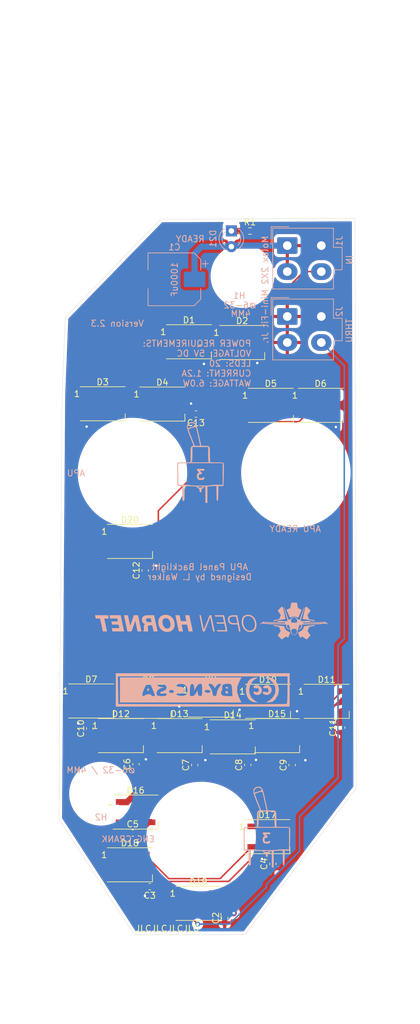
<source format=kicad_pcb>
(kicad_pcb (version 20211014) (generator pcbnew)
  (layers (0 "F.Cu" signal) (31 "B.Cu" signal) (34 "B.Paste" user) (35 "F.Paste" user) (36 "B.SilkS" user "B.Silkscreen") (37 "F.SilkS" user "F.Silkscreen") (38 "B.Mask" user) (39 "F.Mask" user) (44 "Edge.Cuts" user))
  (net 0 "")
  (net 1 "Net-(D1-Pad2)")
  (net 2 "Net-(D2-Pad2)")
  (net 3 "Net-(D3-Pad2)")
  (net 4 "Net-(D5-Pad2)")
  (net 5 "Net-(D6-Pad2)")
  (net 6 "Net-(D7-Pad2)")
  (net 7 "Net-(D8-Pad2)")
  (net 8 "Net-(D10-Pad4)")
  (net 9 "Net-(D10-Pad2)")
  (net 10 "Net-(D11-Pad2)")
  (net 11 "Net-(D12-Pad2)")
  (net 12 "Net-(D13-Pad2)")
  (net 13 "Net-(D14-Pad2)")
  (net 14 "Net-(D15-Pad2)")
  (net 15 "Net-(D16-Pad2)")
  (net 16 "Net-(D17-Pad2)")
  (net 17 "Net-(D18-Pad2)")
  (net 18 "Net-(D20-Pad4)")
  (net 19 "Net-(D20-Pad2)")
  (net 20 "/LED+5V")
  (net 21 "/DATAIN")
  (net 22 "/LEDGND")
  (net 23 "/DATAOUT")
  (net 24 "Net-(D21-Pad1)")
  (footprint "OH_Footprints:LED_WS2812B_PLCC4_5.0x5.0mm_P3.2mm" (layer "F.Cu") (at 89.1424 74.7524)
    (fp_text reference "D1" (at 0 -3.5) (layer "F.SilkS"))
    (fp_text value "WS2812B")
    (fp_text user "1" (at -4.15 -1.6) (layer "F.SilkS"))
    (pad "1" smd rect (at -2.45 -1.65) (size 1.5 0.9) (layers "F.Cu" "F.Paste" "F.Mask") (net 20 "/LED+5V"))
    (pad "2" smd rect (at -2.45 1.65) (size 1.5 0.9) (layers "F.Cu" "F.Paste" "F.Mask") (net 1 "Net-(D1-Pad2)"))
    (pad "3" smd rect (at 2.45 1.65) (size 1.5 0.9) (layers "F.Cu" "F.Paste" "F.Mask") (net 22 "/LEDGND"))
    (pad "4" smd rect (at 2.45 -1.65) (size 1.5 0.9) (layers "F.Cu" "F.Paste" "F.Mask") (net 21 "/DATAIN"))
  )
  (footprint "OH_Footprints:LED_WS2812B_PLCC4_5.0x5.0mm_P3.2mm" (layer "F.Cu") (at 97.7392 74.8792)
    (fp_text reference "D2" (at 0 -3.5) (layer "F.SilkS"))
    (fp_text value "WS2812B")
    (fp_text user "1" (at -4.15 -1.6) (layer "F.SilkS"))
    (pad "1" smd rect (at -2.45 -1.65) (size 1.5 0.9) (layers "F.Cu" "F.Paste" "F.Mask") (net 20 "/LED+5V"))
    (pad "2" smd rect (at -2.45 1.65) (size 1.5 0.9) (layers "F.Cu" "F.Paste" "F.Mask") (net 2 "Net-(D2-Pad2)"))
    (pad "3" smd rect (at 2.45 1.65) (size 1.5 0.9) (layers "F.Cu" "F.Paste" "F.Mask") (net 22 "/LEDGND"))
    (pad "4" smd rect (at 2.45 -1.65) (size 1.5 0.9) (layers "F.Cu" "F.Paste" "F.Mask") (net 1 "Net-(D1-Pad2)"))
  )
  (footprint "OH_Footprints:LED_WS2812B_PLCC4_5.0x5.0mm_P3.2mm" (layer "F.Cu") (at 75.1956 84.7596)
    (fp_text reference "D3" (at 0 -3.5) (layer "F.SilkS"))
    (fp_text value "WS2812B")
    (fp_text user "1" (at -4.15 -1.6) (layer "F.SilkS"))
    (pad "1" smd rect (at -2.45 -1.65) (size 1.5 0.9) (layers "F.Cu" "F.Paste" "F.Mask") (net 20 "/LED+5V"))
    (pad "2" smd rect (at -2.45 1.65) (size 1.5 0.9) (layers "F.Cu" "F.Paste" "F.Mask") (net 3 "Net-(D3-Pad2)"))
    (pad "3" smd rect (at 2.45 1.65) (size 1.5 0.9) (layers "F.Cu" "F.Paste" "F.Mask") (net 22 "/LEDGND"))
    (pad "4" smd rect (at 2.45 -1.65) (size 1.5 0.9) (layers "F.Cu" "F.Paste" "F.Mask") (net 2 "Net-(D2-Pad2)"))
  )
  (footprint "OH_Footprints:LED_WS2812B_PLCC4_5.0x5.0mm_P3.2mm" (layer "F.Cu") (at 84.836 84.8104)
    (fp_text reference "D4" (at 0 -3.5) (layer "F.SilkS"))
    (fp_text value "WS2812B")
    (fp_text user "1" (at -4.15 -1.6) (layer "F.SilkS"))
    (pad "1" smd rect (at -2.45 -1.65) (size 1.5 0.9) (layers "F.Cu" "F.Paste" "F.Mask") (net 20 "/LED+5V"))
    (pad "2" smd rect (at -2.45 1.65) (size 1.5 0.9) (layers "F.Cu" "F.Paste" "F.Mask") (net 18 "Net-(D20-Pad4)"))
    (pad "3" smd rect (at 2.45 1.65) (size 1.5 0.9) (layers "F.Cu" "F.Paste" "F.Mask") (net 22 "/LEDGND"))
    (pad "4" smd rect (at 2.45 -1.65) (size 1.5 0.9) (layers "F.Cu" "F.Paste" "F.Mask") (net 3 "Net-(D3-Pad2)"))
  )
  (footprint "OH_Footprints:LED_WS2812B_PLCC4_5.0x5.0mm_P3.2mm" (layer "F.Cu") (at 102.3736 85.0136)
    (fp_text reference "D5" (at 0 -3.5) (layer "F.SilkS"))
    (fp_text value "WS2812B")
    (fp_text user "1" (at -4.15 -1.6) (layer "F.SilkS"))
    (pad "1" smd rect (at -2.45 -1.65) (size 1.5 0.9) (layers "F.Cu" "F.Paste" "F.Mask") (net 20 "/LED+5V"))
    (pad "2" smd rect (at -2.45 1.65) (size 1.5 0.9) (layers "F.Cu" "F.Paste" "F.Mask") (net 4 "Net-(D5-Pad2)"))
    (pad "3" smd rect (at 2.45 1.65) (size 1.5 0.9) (layers "F.Cu" "F.Paste" "F.Mask") (net 22 "/LEDGND"))
    (pad "4" smd rect (at 2.45 -1.65) (size 1.5 0.9) (layers "F.Cu" "F.Paste" "F.Mask") (net 19 "Net-(D20-Pad2)"))
  )
  (footprint "OH_Footprints:LED_WS2812B_PLCC4_5.0x5.0mm_P3.2mm" (layer "F.Cu") (at 110.4276 85.0136)
    (fp_text reference "D6" (at 0 -3.5) (layer "F.SilkS"))
    (fp_text value "WS2812B")
    (fp_text user "1" (at -4.15 -1.6) (layer "F.SilkS"))
    (pad "1" smd rect (at -2.45 -1.65) (size 1.5 0.9) (layers "F.Cu" "F.Paste" "F.Mask") (net 20 "/LED+5V"))
    (pad "2" smd rect (at -2.45 1.65) (size 1.5 0.9) (layers "F.Cu" "F.Paste" "F.Mask") (net 5 "Net-(D6-Pad2)"))
    (pad "3" smd rect (at 2.45 1.65) (size 1.5 0.9) (layers "F.Cu" "F.Paste" "F.Mask") (net 22 "/LEDGND"))
    (pad "4" smd rect (at 2.45 -1.65) (size 1.5 0.9) (layers "F.Cu" "F.Paste" "F.Mask") (net 4 "Net-(D5-Pad2)"))
  )
  (footprint "OH_Footprints:LED_WS2812B_PLCC4_5.0x5.0mm_P3.2mm" (layer "F.Cu") (at 73.3552 132.7404)
    (fp_text reference "D7" (at 0 -3.5) (layer "F.SilkS"))
    (fp_text value "WS2812B")
    (fp_text user "1" (at -4.15 -1.6) (layer "F.SilkS"))
    (pad "1" smd rect (at -2.45 -1.65) (size 1.5 0.9) (layers "F.Cu" "F.Paste" "F.Mask") (net 20 "/LED+5V"))
    (pad "2" smd rect (at -2.45 1.65) (size 1.5 0.9) (layers "F.Cu" "F.Paste" "F.Mask") (net 6 "Net-(D7-Pad2)"))
    (pad "3" smd rect (at 2.45 1.65) (size 1.5 0.9) (layers "F.Cu" "F.Paste" "F.Mask") (net 22 "/LEDGND"))
    (pad "4" smd rect (at 2.45 -1.65) (size 1.5 0.9) (layers "F.Cu" "F.Paste" "F.Mask") (net 5 "Net-(D6-Pad2)"))
  )
  (footprint "OH_Footprints:LED_WS2812B_PLCC4_5.0x5.0mm_P3.2mm" (layer "F.Cu") (at 82.6008 132.7912)
    (fp_text reference "D8" (at 0 -3.5) (layer "F.SilkS"))
    (fp_text value "WS2812B")
    (fp_text user "1" (at -4.15 -1.6) (layer "F.SilkS"))
    (pad "1" smd rect (at -2.45 -1.65) (size 1.5 0.9) (layers "F.Cu" "F.Paste" "F.Mask") (net 20 "/LED+5V"))
    (pad "2" smd rect (at -2.45 1.65) (size 1.5 0.9) (layers "F.Cu" "F.Paste" "F.Mask") (net 7 "Net-(D8-Pad2)"))
    (pad "3" smd rect (at 2.45 1.65) (size 1.5 0.9) (layers "F.Cu" "F.Paste" "F.Mask") (net 22 "/LEDGND"))
    (pad "4" smd rect (at 2.45 -1.65) (size 1.5 0.9) (layers "F.Cu" "F.Paste" "F.Mask") (net 6 "Net-(D7-Pad2)"))
  )
  (footprint "OH_Footprints:LED_WS2812B_PLCC4_5.0x5.0mm_P3.2mm" (layer "F.Cu") (at 92.6592 132.588)
    (fp_text reference "D9" (at 0 -3.5) (layer "F.SilkS"))
    (fp_text value "WS2812B")
    (fp_text user "1" (at -4.15 -1.6) (layer "F.SilkS"))
    (pad "1" smd rect (at -2.45 -1.65) (size 1.5 0.9) (layers "F.Cu" "F.Paste" "F.Mask") (net 20 "/LED+5V"))
    (pad "2" smd rect (at -2.45 1.65) (size 1.5 0.9) (layers "F.Cu" "F.Paste" "F.Mask") (net 8 "Net-(D10-Pad4)"))
    (pad "3" smd rect (at 2.45 1.65) (size 1.5 0.9) (layers "F.Cu" "F.Paste" "F.Mask") (net 22 "/LEDGND"))
    (pad "4" smd rect (at 2.45 -1.65) (size 1.5 0.9) (layers "F.Cu" "F.Paste" "F.Mask") (net 7 "Net-(D8-Pad2)"))
  )
  (footprint "OH_Footprints:LED_WS2812B_PLCC4_5.0x5.0mm_P3.2mm" (layer "F.Cu") (at 101.9048 132.7912)
    (fp_text reference "D10" (at 0 -3.5) (layer "F.SilkS"))
    (fp_text value "WS2812B")
    (fp_text user "1" (at -4.15 -1.6) (layer "F.SilkS"))
    (pad "1" smd rect (at -2.45 -1.65) (size 1.5 0.9) (layers "F.Cu" "F.Paste" "F.Mask") (net 20 "/LED+5V"))
    (pad "2" smd rect (at -2.45 1.65) (size 1.5 0.9) (layers "F.Cu" "F.Paste" "F.Mask") (net 9 "Net-(D10-Pad2)"))
    (pad "3" smd rect (at 2.45 1.65) (size 1.5 0.9) (layers "F.Cu" "F.Paste" "F.Mask") (net 22 "/LEDGND"))
    (pad "4" smd rect (at 2.45 -1.65) (size 1.5 0.9) (layers "F.Cu" "F.Paste" "F.Mask") (net 8 "Net-(D10-Pad4)"))
  )
  (footprint "OH_Footprints:LED_WS2812B_PLCC4_5.0x5.0mm_P3.2mm" (layer "F.Cu") (at 111.4044 132.7912)
    (fp_text reference "D11" (at 0 -3.5) (layer "F.SilkS"))
    (fp_text value "WS2812B")
    (fp_text user "1" (at -4.15 -1.6) (layer "F.SilkS"))
    (pad "1" smd rect (at -2.45 -1.65) (size 1.5 0.9) (layers "F.Cu" "F.Paste" "F.Mask") (net 20 "/LED+5V"))
    (pad "2" smd rect (at -2.45 1.65) (size 1.5 0.9) (layers "F.Cu" "F.Paste" "F.Mask") (net 10 "Net-(D11-Pad2)"))
    (pad "3" smd rect (at 2.45 1.65) (size 1.5 0.9) (layers "F.Cu" "F.Paste" "F.Mask") (net 22 "/LEDGND"))
    (pad "4" smd rect (at 2.45 -1.65) (size 1.5 0.9) (layers "F.Cu" "F.Paste" "F.Mask") (net 9 "Net-(D10-Pad2)"))
  )
  (footprint "OH_Footprints:LED_WS2812B_PLCC4_5.0x5.0mm_P3.2mm" (layer "F.Cu") (at 78.1304 138.3284)
    (fp_text reference "D12" (at 0 -3.5) (layer "F.SilkS"))
    (fp_text value "WS2812B")
    (fp_text user "1" (at -4.15 -1.6) (layer "F.SilkS"))
    (pad "1" smd rect (at -2.45 -1.65) (size 1.5 0.9) (layers "F.Cu" "F.Paste" "F.Mask") (net 20 "/LED+5V"))
    (pad "2" smd rect (at -2.45 1.65) (size 1.5 0.9) (layers "F.Cu" "F.Paste" "F.Mask") (net 11 "Net-(D12-Pad2)"))
    (pad "3" smd rect (at 2.45 1.65) (size 1.5 0.9) (layers "F.Cu" "F.Paste" "F.Mask") (net 22 "/LEDGND"))
    (pad "4" smd rect (at 2.45 -1.65) (size 1.5 0.9) (layers "F.Cu" "F.Paste" "F.Mask") (net 10 "Net-(D11-Pad2)"))
  )
  (footprint "OH_Footprints:LED_WS2812B_PLCC4_5.0x5.0mm_P3.2mm" (layer "F.Cu") (at 87.63 138.3284)
    (fp_text reference "D13" (at 0 -3.5) (layer "F.SilkS"))
    (fp_text value "WS2812B")
    (fp_text user "1" (at -4.15 -1.6) (layer "F.SilkS"))
    (pad "1" smd rect (at -2.45 -1.65) (size 1.5 0.9) (layers "F.Cu" "F.Paste" "F.Mask") (net 20 "/LED+5V"))
    (pad "2" smd rect (at -2.45 1.65) (size 1.5 0.9) (layers "F.Cu" "F.Paste" "F.Mask") (net 12 "Net-(D13-Pad2)"))
    (pad "3" smd rect (at 2.45 1.65) (size 1.5 0.9) (layers "F.Cu" "F.Paste" "F.Mask") (net 22 "/LEDGND"))
    (pad "4" smd rect (at 2.45 -1.65) (size 1.5 0.9) (layers "F.Cu" "F.Paste" "F.Mask") (net 11 "Net-(D12-Pad2)"))
  )
  (footprint "OH_Footprints:LED_WS2812B_PLCC4_5.0x5.0mm_P3.2mm" (layer "F.Cu") (at 96.2152 138.5316)
    (fp_text reference "D14" (at 0 -3.5) (layer "F.SilkS"))
    (fp_text value "WS2812B")
    (fp_text user "1" (at -4.15 -1.6) (layer "F.SilkS"))
    (pad "1" smd rect (at -2.45 -1.65) (size 1.5 0.9) (layers "F.Cu" "F.Paste" "F.Mask") (net 20 "/LED+5V"))
    (pad "2" smd rect (at -2.45 1.65) (size 1.5 0.9) (layers "F.Cu" "F.Paste" "F.Mask") (net 13 "Net-(D14-Pad2)"))
    (pad "3" smd rect (at 2.45 1.65) (size 1.5 0.9) (layers "F.Cu" "F.Paste" "F.Mask") (net 22 "/LEDGND"))
    (pad "4" smd rect (at 2.45 -1.65) (size 1.5 0.9) (layers "F.Cu" "F.Paste" "F.Mask") (net 12 "Net-(D13-Pad2)"))
  )
  (footprint "OH_Footprints:LED_WS2812B_PLCC4_5.0x5.0mm_P3.2mm" (layer "F.Cu") (at 103.378 138.3284)
    (fp_text reference "D15" (at 0 -3.5) (layer "F.SilkS"))
    (fp_text value "WS2812B")
    (fp_text user "1" (at -4.15 -1.6) (layer "F.SilkS"))
    (pad "1" smd rect (at -2.45 -1.65) (size 1.5 0.9) (layers "F.Cu" "F.Paste" "F.Mask") (net 20 "/LED+5V"))
    (pad "2" smd rect (at -2.45 1.65) (size 1.5 0.9) (layers "F.Cu" "F.Paste" "F.Mask") (net 14 "Net-(D15-Pad2)"))
    (pad "3" smd rect (at 2.45 1.65) (size 1.5 0.9) (layers "F.Cu" "F.Paste" "F.Mask") (net 22 "/LEDGND"))
    (pad "4" smd rect (at 2.45 -1.65) (size 1.5 0.9) (layers "F.Cu" "F.Paste" "F.Mask") (net 13 "Net-(D14-Pad2)"))
  )
  (footprint "OH_Footprints:LED_WS2812B_PLCC4_5.0x5.0mm_P3.2mm" (layer "F.Cu") (at 80.518 150.6728)
    (fp_text reference "D16" (at 0 -3.5) (layer "F.SilkS"))
    (fp_text value "WS2812B")
    (fp_text user "1" (at -4.15 -1.6) (layer "F.SilkS"))
    (pad "1" smd rect (at -2.45 -1.65) (size 1.5 0.9) (layers "F.Cu" "F.Paste" "F.Mask") (net 20 "/LED+5V"))
    (pad "2" smd rect (at -2.45 1.65) (size 1.5 0.9) (layers "F.Cu" "F.Paste" "F.Mask") (net 15 "Net-(D16-Pad2)"))
    (pad "3" smd rect (at 2.45 1.65) (size 1.5 0.9) (layers "F.Cu" "F.Paste" "F.Mask") (net 22 "/LEDGND"))
    (pad "4" smd rect (at 2.45 -1.65) (size 1.5 0.9) (layers "F.Cu" "F.Paste" "F.Mask") (net 14 "Net-(D15-Pad2)"))
  )
  (footprint "OH_Footprints:LED_WS2812B_PLCC4_5.0x5.0mm_P3.2mm" (layer "F.Cu") (at 101.8032 154.6352)
    (fp_text reference "D17" (at 0 -3.5) (layer "F.SilkS"))
    (fp_text value "WS2812B")
    (fp_text user "1" (at -4.15 -1.6) (layer "F.SilkS"))
    (pad "1" smd rect (at -2.45 -1.65) (size 1.5 0.9) (layers "F.Cu" "F.Paste" "F.Mask") (net 20 "/LED+5V"))
    (pad "2" smd rect (at -2.45 1.65) (size 1.5 0.9) (layers "F.Cu" "F.Paste" "F.Mask") (net 16 "Net-(D17-Pad2)"))
    (pad "3" smd rect (at 2.45 1.65) (size 1.5 0.9) (layers "F.Cu" "F.Paste" "F.Mask") (net 22 "/LEDGND"))
    (pad "4" smd rect (at 2.45 -1.65) (size 1.5 0.9) (layers "F.Cu" "F.Paste" "F.Mask") (net 15 "Net-(D16-Pad2)"))
  )
  (footprint "OH_Footprints:LED_WS2812B_PLCC4_5.0x5.0mm_P3.2mm" (layer "F.Cu") (at 79.592 159.1816)
    (fp_text reference "D18" (at 0 -3.5) (layer "F.SilkS"))
    (fp_text value "WS2812B")
    (fp_text user "1" (at -4.15 -1.6) (layer "F.SilkS"))
    (pad "1" smd rect (at -2.45 -1.65) (size 1.5 0.9) (layers "F.Cu" "F.Paste" "F.Mask") (net 20 "/LED+5V"))
    (pad "2" smd rect (at -2.45 1.65) (size 1.5 0.9) (layers "F.Cu" "F.Paste" "F.Mask") (net 17 "Net-(D18-Pad2)"))
    (pad "3" smd rect (at 2.45 1.65) (size 1.5 0.9) (layers "F.Cu" "F.Paste" "F.Mask") (net 22 "/LEDGND"))
    (pad "4" smd rect (at 2.45 -1.65) (size 1.5 0.9) (layers "F.Cu" "F.Paste" "F.Mask") (net 16 "Net-(D17-Pad2)"))
  )
  (footprint "OH_Footprints:LED_WS2812B_PLCC4_5.0x5.0mm_P3.2mm" (layer "F.Cu") (at 90.678 165.4048)
    (fp_text reference "D19" (at 0 -3.5) (layer "F.SilkS"))
    (fp_text value "WS2812B")
    (fp_text user "1" (at -4.15 -1.6) (layer "F.SilkS"))
    (pad "1" smd rect (at -2.45 -1.65) (size 1.5 0.9) (layers "F.Cu" "F.Paste" "F.Mask") (net 20 "/LED+5V"))
    (pad "2" smd rect (at -2.45 1.65) (size 1.5 0.9) (layers "F.Cu" "F.Paste" "F.Mask") (net 23 "/DATAOUT"))
    (pad "3" smd rect (at 2.45 1.65) (size 1.5 0.9) (layers "F.Cu" "F.Paste" "F.Mask") (net 22 "/LEDGND"))
    (pad "4" smd rect (at 2.45 -1.65) (size 1.5 0.9) (layers "F.Cu" "F.Paste" "F.Mask") (net 17 "Net-(D18-Pad2)"))
  )
  (footprint "OH_Footprints:LED_WS2812B_PLCC4_5.0x5.0mm_P3.2mm" (layer "F.Cu") (at 79.6036 106.9848)
    (fp_text reference "D20" (at 0 -3.5) (layer "F.SilkS"))
    (fp_text value "WS2812B")
    (fp_text user "1" (at -4.15 -1.6) (layer "F.SilkS"))
    (pad "1" smd rect (at -2.45 -1.65) (size 1.5 0.9) (layers "F.Cu" "F.Paste" "F.Mask") (net 20 "/LED+5V"))
    (pad "2" smd rect (at -2.45 1.65) (size 1.5 0.9) (layers "F.Cu" "F.Paste" "F.Mask") (net 19 "Net-(D20-Pad2)"))
    (pad "3" smd rect (at 2.45 1.65) (size 1.5 0.9) (layers "F.Cu" "F.Paste" "F.Mask") (net 22 "/LEDGND"))
    (pad "4" smd rect (at 2.45 -1.65) (size 1.5 0.9) (layers "F.Cu" "F.Paste" "F.Mask") (net 18 "Net-(D20-Pad4)"))
  )
  (footprint "OH_Footprints:R_0603_1608Metric" (layer "F.Cu") (at 99.00168 56.87568)
    (fp_text reference "R1" (at 0 -1.43) (layer "F.SilkS"))
    (fp_text value "R")
    (pad "1" smd roundrect (at -0.825 0) (size 0.8 0.95) (layers "F.Cu" "F.Paste" "F.Mask") (net 24 "Net-(D21-Pad1)"))
    (pad "2" smd roundrect (at 0.825 0) (size 0.8 0.95) (layers "F.Cu" "F.Paste" "F.Mask") (net 22 "/LEDGND"))
  )
  (footprint "OH_Footprints:C_0603_1608Metric" (layer "F.Cu") (at 94.9198 167.77472 90)
    (fp_text reference "C2" (at 0 -1.43 90) (layer "F.SilkS"))
    (fp_text value "C")
    (pad "1" smd roundrect (at -0.775 0 90) (size 0.9 0.95) (layers "F.Cu" "F.Paste" "F.Mask") (net 20 "/LED+5V"))
    (pad "2" smd roundrect (at 0.775 0 90) (size 0.9 0.95) (layers "F.Cu" "F.Paste" "F.Mask") (net 22 "/LEDGND"))
  )
  (footprint "OH_Footprints:C_0603_1608Metric" (layer "F.Cu") (at 82.81172 162.70986 180)
    (fp_text reference "C3" (at 0 -1.43 180) (layer "F.SilkS"))
    (fp_text value "C")
    (pad "1" smd roundrect (at -0.775 0 180) (size 0.9 0.95) (layers "F.Cu" "F.Paste" "F.Mask") (net 20 "/LED+5V"))
    (pad "2" smd roundrect (at 0.775 0 180) (size 0.9 0.95) (layers "F.Cu" "F.Paste" "F.Mask") (net 22 "/LEDGND"))
  )
  (footprint "OH_Footprints:C_0603_1608Metric" (layer "F.Cu") (at 102.71506 159.03204 90)
    (fp_text reference "C4" (at 0 -1.43 90) (layer "F.SilkS"))
    (fp_text value "C")
    (pad "1" smd roundrect (at -0.775 0 90) (size 0.9 0.95) (layers "F.Cu" "F.Paste" "F.Mask") (net 20 "/LED+5V"))
    (pad "2" smd roundrect (at 0.775 0 90) (size 0.9 0.95) (layers "F.Cu" "F.Paste" "F.Mask") (net 22 "/LEDGND"))
  )
  (footprint "OH_Footprints:C_0603_1608Metric" (layer "F.Cu") (at 80.05 154.05)
    (fp_text reference "C5" (at 0 -1.43) (layer "F.SilkS"))
    (fp_text value "C")
    (pad "1" smd roundrect (at -0.775 0) (size 0.9 0.95) (layers "F.Cu" "F.Paste" "F.Mask") (net 20 "/LED+5V"))
    (pad "2" smd roundrect (at 0.775 0) (size 0.9 0.95) (layers "F.Cu" "F.Paste" "F.Mask") (net 22 "/LEDGND"))
  )
  (footprint "OH_Footprints:C_0603_1608Metric" (layer "F.Cu") (at 80.5815 142.9385 90)
    (fp_text reference "C6" (at 0 -1.43 90) (layer "F.SilkS"))
    (fp_text value "C")
    (pad "1" smd roundrect (at -0.775 0 90) (size 0.9 0.95) (layers "F.Cu" "F.Paste" "F.Mask") (net 20 "/LED+5V"))
    (pad "2" smd roundrect (at 0.775 0 90) (size 0.9 0.95) (layers "F.Cu" "F.Paste" "F.Mask") (net 22 "/LEDGND"))
  )
  (footprint "OH_Footprints:C_0603_1608Metric" (layer "F.Cu") (at 90.07094 143.0782 90)
    (fp_text reference "C7" (at 0 -1.43 90) (layer "F.SilkS"))
    (fp_text value "C")
    (pad "1" smd roundrect (at -0.775 0 90) (size 0.9 0.95) (layers "F.Cu" "F.Paste" "F.Mask") (net 20 "/LED+5V"))
    (pad "2" smd roundrect (at 0.775 0 90) (size 0.9 0.95) (layers "F.Cu" "F.Paste" "F.Mask") (net 22 "/LEDGND"))
  )
  (footprint "OH_Footprints:C_0603_1608Metric" (layer "F.Cu") (at 98.65106 143.05788 90)
    (fp_text reference "C8" (at 0 -1.43 90) (layer "F.SilkS"))
    (fp_text value "C")
    (pad "1" smd roundrect (at -0.775 0 90) (size 0.9 0.95) (layers "F.Cu" "F.Paste" "F.Mask") (net 20 "/LED+5V"))
    (pad "2" smd roundrect (at 0.775 0 90) (size 0.9 0.95) (layers "F.Cu" "F.Paste" "F.Mask") (net 22 "/LEDGND"))
  )
  (footprint "OH_Footprints:C_0603_1608Metric" (layer "F.Cu") (at 105.82656 143.08338 90)
    (fp_text reference "C9" (at 0 -1.43 90) (layer "F.SilkS"))
    (fp_text value "C")
    (pad "1" smd roundrect (at -0.775 0 90) (size 0.9 0.95) (layers "F.Cu" "F.Paste" "F.Mask") (net 20 "/LED+5V"))
    (pad "2" smd roundrect (at 0.775 0 90) (size 0.9 0.95) (layers "F.Cu" "F.Paste" "F.Mask") (net 22 "/LEDGND"))
  )
  (footprint "OH_Footprints:C_0603_1608Metric" (layer "F.Cu") (at 73.09866 137.17534 90)
    (fp_text reference "C10" (at 0 -1.43 90) (layer "F.SilkS"))
    (fp_text value "C")
    (pad "1" smd roundrect (at -0.775 0 90) (size 0.9 0.95) (layers "F.Cu" "F.Paste" "F.Mask") (net 20 "/LED+5V"))
    (pad "2" smd roundrect (at 0.775 0 90) (size 0.9 0.95) (layers "F.Cu" "F.Paste" "F.Mask") (net 22 "/LEDGND"))
  )
  (footprint "OH_Footprints:C_0603_1608Metric" (layer "F.Cu") (at 113.84534 137.04316 90)
    (fp_text reference "C11" (at 0 -1.43 90) (layer "F.SilkS"))
    (fp_text value "C")
    (pad "1" smd roundrect (at -0.775 0 90) (size 0.9 0.95) (layers "F.Cu" "F.Paste" "F.Mask") (net 20 "/LED+5V"))
    (pad "2" smd roundrect (at 0.775 0 90) (size 0.9 0.95) (layers "F.Cu" "F.Paste" "F.Mask") (net 22 "/LEDGND"))
  )
  (footprint "OH_Footprints:C_0603_1608Metric" (layer "F.Cu") (at 82.06994 111.66612 90)
    (fp_text reference "C12" (at 0 -1.43 90) (layer "F.SilkS"))
    (fp_text value "C")
    (pad "1" smd roundrect (at -0.775 0 90) (size 0.9 0.95) (layers "F.Cu" "F.Paste" "F.Mask") (net 20 "/LED+5V"))
    (pad "2" smd roundrect (at 0.775 0 90) (size 0.9 0.95) (layers "F.Cu" "F.Paste" "F.Mask") (net 22 "/LEDGND"))
  )
  (footprint "OH_Footprints:C_0603_1608Metric" (layer "F.Cu") (at 90.2716 86.41842 180)
    (fp_text reference "C13" (at 0 -1.43 180) (layer "F.SilkS"))
    (fp_text value "C")
    (pad "1" smd roundrect (at -0.775 0 180) (size 0.9 0.95) (layers "F.Cu" "F.Paste" "F.Mask") (net 20 "/LED+5V"))
    (pad "2" smd roundrect (at 0.775 0 180) (size 0.9 0.95) (layers "F.Cu" "F.Paste" "F.Mask") (net 22 "/LEDGND"))
  )
  (footprint "OH_Footprints:631H_Toggle_13mm_x_13mm" (layer "F.Cu") (at 80.01 95.885001)
    (fp_text reference "REF**" hide)
    (fp_text value "631H_Toggle_13mm_x_13mm" hide)
    (pad "" np_thru_hole circle locked (at 0 0) (size 12.7 12.7) (drill 12.7) (layers *.Mask "F.Cu") (clearance 1))
    (pad "" np_thru_hole circle locked (at 0 0) (size 12.7 12.7) (drill 12.7) (layers "B.Cu") (clearance 2.5))
  )
  (footprint "OH_Footprints:631H_Toggle_13mm_x_13mm" (layer "F.Cu") (at 106.425999 95.885001)
    (fp_text reference "2" hide)
    (fp_text value "631H_Toggle_13mm_x_13mm" hide)
    (pad "" np_thru_hole circle locked (at 0 0) (size 12.7 12.7) (drill 12.7) (layers *.Mask "F.Cu") (clearance 1))
    (pad "" np_thru_hole circle locked (at 0 0) (size 12.7 12.7) (drill 12.7) (layers "B.Cu") (clearance 2.5))
  )
  (footprint "OH_Footprints:OH_Panel_6-32_PHS" (layer "F.Cu") (at 97.789999 64.135001)
    (fp_text reference "4" hide)
    (fp_text value "OH_Panel_Fastner_Keepout" hide)
    (fp_text user "H1" (at -0.524705 3.175312) (layer "B.SilkS") (effects (justify mirror)))
    (fp_text user "⌀6-32" (at -0.393293 4.70845) (layer "B.SilkS") (effects (justify mirror)))
    (pad "" np_thru_hole circle locked (at 0 0) (size 4.3 4.3) (drill 4.3) (layers *.Cu *.Mask) (clearance 3))
  )
  (footprint "OH_Footprints:OH_Panel_6-32_PHS" (layer "F.Cu") (at 74.929999 147.701001)
    (fp_text reference "5" hide)
    (fp_text value "OH_Panel_Fastner_Keepout" hide)
    (fp_text user "H2" (at -0.001936 3.803452) (layer "B.SilkS") (effects (justify mirror)))
    (fp_text user "⌀6-32 / 4MM" (at 0 -3.81) (layer "B.SilkS") (effects (justify mirror)))
    (pad "" np_thru_hole circle locked (at 0 0) (size 4.3 4.3) (drill 4.3) (layers *.Cu *.Mask) (clearance 3))
  )
  (footprint "OH_Footprints:631H_Toggle_Silkscreen" (layer "F.Cu") (at 90.97772 94.21876)
    (fp_text reference "G1" hide)
    (fp_text value "631H Toggle" hide)
  )
  (footprint "OH_Footprints:631H_Toggle_Silkscreen" (layer "F.Cu") (at 101.7016 153.06802)
    (fp_text reference "G4" hide)
    (fp_text value "631H Toggle" hide)
  )
  (footprint "OH_Footprints:631H_Toggle_13mm_x_13mm" (layer "F.Cu") (at 91.1225 154.622501)
    (fp_text reference "3" hide)
    (fp_text value "631H_Toggle_13mm_x_13mm" hide)
    (pad "" np_thru_hole circle locked (at 0 0) (size 12.7 12.7) (drill 12.7) (layers "B.Cu") (clearance 2.5))
    (pad "" np_thru_hole circle locked (at 0 0) (size 12.7 12.7) (drill 12.7) (layers *.Mask "F.Cu") (clearance 1))
  )
  (footprint "OH_Footprints:Molex_Mini-Fit_Jr_5566-04A_2x02_P4.20mm_Vertical" (layer "B.Cu") (at 105.03916 70.67042 -90)
    (fp_text reference "J2" (at -0.803622 -8.41773 90) (layer "B.SilkS") (effects (justify mirror)))
    (fp_text value "Conn_01x04_Female")
    (pad "1" thru_hole roundrect (at 0 0 270) (size 2.7 3.3) (drill 1.4) (layers *.Cu *.Mask) (roundrect_rratio 0.09259296296) (net 20 "/LED+5V"))
    (pad "2" thru_hole oval (at 4.2 0 270) (size 2.7 3.3) (drill 1.4) (layers *.Cu *.Mask) (net 20 "/LED+5V"))
    (pad "3" thru_hole oval (at 0 -5.5 270) (size 2.7 3.3) (drill 1.4) (layers *.Cu *.Mask) (net 22 "/LEDGND"))
    (pad "4" thru_hole oval (at 4.2 -5.5 270) (size 2.7 3.3) (drill 1.4) (layers *.Cu *.Mask) (net 23 "/DATAOUT"))
  )
  (footprint "OH_Footprints:CP_Elec_8x10" (layer "B.Cu") (at 86.79046 64.67348 180)
    (fp_text reference "C1" (at 0 5.2) (layer "B.SilkS") (effects (justify mirror)))
    (fp_text value "C_Polarized")
    (pad "1" smd roundrect (at -3.25 0 180) (size 3.5 2.5) (layers "B.Cu" "B.Paste" "B.Mask") (roundrect_rratio 0.1) (net 20 "/LED+5V"))
    (pad "2" smd roundrect (at 3.25 0 180) (size 3.5 2.5) (layers "B.Cu" "B.Paste" "B.Mask") (roundrect_rratio 0.1) (net 22 "/LEDGND"))
  )
  (footprint "OH_Footprints:LED_D3.0mm" (layer "B.Cu") (at 95.9993 56.85536 -90)
    (fp_text reference "D21" (at 1.27 2.96 90) (layer "B.SilkS") (effects (justify mirror)))
    (fp_text value "LED")
    (pad "1" thru_hole rect (at 0 0 270) (size 1.8 1.8) (drill 0.9) (layers *.Cu *.Mask) (net 24 "Net-(D21-Pad1)"))
    (pad "2" thru_hole circle (at 2.54 0 270) (size 1.8 1.8) (drill 0.9) (layers *.Cu *.Mask) (net 20 "/LED+5V"))
  )
  (footprint "OH_Footprints:Molex_Mini-Fit_Jr_5566-04A_2x02_P4.20mm_Vertical" (layer "B.Cu") (at 105.03916 59.22772 -90)
    (fp_text reference "J1" (at -0.72074 -8.41773 90) (layer "B.SilkS") (effects (justify mirror)))
    (fp_text value "Conn_01x04_Female")
    (pad "1" thru_hole roundrect (at 0 0 270) (size 2.7 3.3) (drill 1.4) (layers *.Cu *.Mask) (roundrect_rratio 0.09259296296) (net 20 "/LED+5V"))
    (pad "2" thru_hole oval (at 4.2 0 270) (size 2.7 3.3) (drill 1.4) (layers *.Cu *.Mask) (net 20 "/LED+5V"))
    (pad "3" thru_hole oval (at 0 -5.5 270) (size 2.7 3.3) (drill 1.4) (layers *.Cu *.Mask) (net 22 "/LEDGND"))
    (pad "4" thru_hole oval (at 4.2 -5.5 270) (size 2.7 3.3) (drill 1.4) (layers *.Cu *.Mask) (net 21 "/DATAIN"))
  )
  (footprint "OH_Footprints:CC-BY-NC-SA-Small" (layer "B.Cu") (at 91.45 130.95 180)
    (fp_text reference "G3" hide)
    (fp_text value "LOGO" hide)
  )
  (footprint "OH_Footprints:OH_LOGO_37.7mm_5.9mm" (layer "B.Cu") (at 92.80906 119.82958 180)
    (fp_text reference "G2" hide)
    (fp_text value "LOGO" hide)
  )
  (gr_line (start 69.1388 70.8152) (end 68.6308 83.6168) (layer "Edge.Cuts") (width 0.05))
  (gr_line (start 116.2304 146.7104) (end 115.9764 54.8132) (layer "Edge.Cuts") (width 0.05))
  (gr_line (start 68.6308 83.6168) (end 68.1228 151.7904) (layer "Edge.Cuts") (width 0.05))
  (gr_line (start 98.2472 170.434) (end 116.2304 146.7104) (layer "Edge.Cuts") (width 0.05))
  (gr_line (start 68.1228 151.7904) (end 80.264 170.434) (layer "Edge.Cuts") (width 0.05))
  (gr_line (start 115.9764 54.8132) (end 84.582 54.9656) (layer "Edge.Cuts") (width 0.05))
  (gr_line (start 84.582 54.9656) (end 69.1388 70.8152) (layer "Edge.Cuts") (width 0.05))
  (gr_line (start 80.264 170.434) (end 98.2472 170.434) (layer "Edge.Cuts") (width 0.05))
  (gr_text "IN" (at 115.09502 61.52896 90) (layer "B.SilkS") (effects (font (size 1 1)) (justify mirror)))
  (gr_text "3" (at 91.01074 96.23552) (layer "B.SilkS") (effects (font (size 1.5 1.5) (thickness 0.3)) (justify mirror)))
  (gr_text "3" (at 101.64572 154.92476) (layer "B.SilkS") (effects (font (size 1.5 1.5) (thickness 0.3)) (justify mirror)))
  (gr_text "APU Panel Backlight\nDesigned by L. Walker" (at 90.88882 111.9124) (layer "B.SilkS") (effects (font (size 1 1)) (justify mirror)))
  (gr_text "Molex 2X2 Mini-Fit Jr." (at 101.45 66.35 90) (layer "B.SilkS") (effects (font (size 1 1)) (justify mirror)))
  (gr_text "APU" (at 70.87362 95.95866) (layer "B.SilkS") (effects (font (size 1 1)) (justify mirror)))
  (gr_text "4MM" (at 97.528117 70.201372) (layer "B.SilkS") (effects (font (size 1 1)) (justify mirror)))
  (gr_text "ENG CRANK" (at 79.28864 155.03398) (layer "B.SilkS") (effects (font (size 1 1)) (justify mirror)))
  (gr_text "1000uF" (at 86.81 64.72 90) (layer "B.SilkS") (effects (font (size 1 1)) (justify mirror)))
  (gr_text "POWER REQUIREMENTS:\nVOLTAGE: 5V DC\nLEDS: 20\nCURRENT: 1.2A\nWATTAGE: 6.0W" (at 99.3 78.25) (layer "B.SilkS") (effects (font (size 1 1)) (justify left mirror)))
  (gr_text "THRU" (at 115.05184 72.96404 90) (layer "B.SilkS") (effects (font (size 1 1)) (justify mirror)))
  (gr_text "READY" (at 89.35 58.15) (layer "B.SilkS") (effects (font (size 1 1)) (justify mirror)))
  (gr_text "Version 2.3" (at 77.55 71.8) (layer "B.SilkS") (effects (font (size 1 1)) (justify mirror)))
  (gr_text "APU READY" (at 106.3244 104.9528) (layer "B.SilkS") (effects (font (size 1 1)) (justify mirror)))
  (gr_text "JLCJLCJLCJLC" (at 85.63 169.47) (layer "F.SilkS") (effects (font (size 1 1))))
  (segment (start 96.0882 74.13752) (end 96.121519 74.104201) (width 0.25) (layer "F.Cu") (net 1))
  (segment (start 86.6924 76.3524) (end 86.6924 75.6024) (width 0.25) (layer "F.Cu") (net 1))
  (segment (start 88.15728 74.13752) (end 96.0882 74.13752) (width 0.25) (layer "F.Cu") (net 1))
  (segment (start 86.6924 75.6024) (end 88.15728 74.13752) (width 0.25) (layer "F.Cu") (net 1))
  (segment (start 96.121519 74.104201) (end 99.364199 74.104201) (width 0.25) (layer "F.Cu") (net 1))
  (segment (start 99.364199 74.104201) (end 100.1892 73.2792) (width 0.25) (layer "F.Cu") (net 1))
  (segment (start 81.19652 79.60868) (end 77.6456 83.1596) (width 0.25) (layer "F.Cu") (net 2))
  (segment (start 92.15972 79.60868) (end 81.19652 79.60868) (width 0.25) (layer "F.Cu") (net 2))
  (segment (start 95.2892 76.4792) (end 92.15972 79.60868) (width 0.25) (layer "F.Cu") (net 2))
  (segment (start 74.670589 84.434611) (end 86.061789 84.434611) (width 0.25) (layer "F.Cu") (net 3))
  (segment (start 86.061789 84.434611) (end 87.286 83.2104) (width 0.25) (layer "F.Cu") (net 3))
  (segment (start 72.7456 86.3596) (end 74.670589 84.434611) (width 0.25) (layer "F.Cu") (net 3))
  (segment (start 102.298599 84.238601) (end 112.052599 84.238601) (width 0.25) (layer "F.Cu") (net 4))
  (segment (start 112.052599 84.238601) (end 112.8776 83.4136) (width 0.25) (layer "F.Cu") (net 4))
  (segment (start 99.9236 86.6136) (end 102.298599 84.238601) (width 0.25) (layer "F.Cu") (net 4))
  (segment (start 75.8052 131.1404) (end 75.8052 128.4448) (width 0.25) (layer "F.Cu") (net 5))
  (segment (start 94.9 109.35) (end 94.9 94.05) (width 0.25) (layer "F.Cu") (net 5))
  (segment (start 75.8052 128.4448) (end 94.9 109.35) (width 0.25) (layer "F.Cu") (net 5))
  (segment (start 101.3 87.65) (end 106.9412 87.65) (width 0.25) (layer "F.Cu") (net 5))
  (segment (start 106.9412 87.65) (end 107.9776 86.6136) (width 0.25) (layer "F.Cu") (net 5))
  (segment (start 94.9 94.05) (end 101.3 87.65) (width 0.25) (layer "F.Cu") (net 5))
  (segment (start 85.0508 131.1912) (end 85.0508 131.9412) (width 0.25) (layer "F.Cu") (net 6))
  (segment (start 84.23382 132.75818) (end 72.48742 132.75818) (width 0.25) (layer "F.Cu") (net 6))
  (segment (start 85.0508 131.9412) (end 84.23382 132.75818) (width 0.25) (layer "F.Cu") (net 6))
  (segment (start 72.48742 132.75818) (end 70.9052 134.3404) (width 0.25) (layer "F.Cu") (net 6))
  (segment (start 85.612209 132.016201) (end 94.080999 132.016201) (width 0.25) (layer "F.Cu") (net 7))
  (segment (start 80.1508 134.3912) (end 83.23721 134.3912) (width 0.25) (layer "F.Cu") (net 7))
  (segment (start 94.080999 132.016201) (end 95.1092 130.988) (width 0.25) (layer "F.Cu") (net 7))
  (segment (start 83.23721 134.3912) (end 85.612209 132.016201) (width 0.25) (layer "F.Cu") (net 7))
  (segment (start 102.96308 132.58292) (end 104.3548 131.1912) (width 0.25) (layer "F.Cu") (net 8))
  (segment (start 90.2092 134.188) (end 91.034201 133.362999) (width 0.25) (layer "F.Cu") (net 8))
  (segment (start 91.034201 133.362999) (end 93.781581 133.362999) (width 0.25) (layer "F.Cu") (net 8))
  (segment (start 93.781581 133.362999) (end 94.56166 132.58292) (width 0.25) (layer "F.Cu") (net 8))
  (segment (start 94.56166 132.58292) (end 102.96308 132.58292) (width 0.25) (layer "F.Cu") (net 8))
  (segment (start 100.06307 133.03293) (end 112.01267 133.03293) (width 0.25) (layer "F.Cu") (net 9))
  (segment (start 99.4548 133.6412) (end 100.06307 133.03293) (width 0.25) (layer "F.Cu") (net 9))
  (segment (start 112.01267 133.03293) (end 113.8544 131.1912) (width 0.25) (layer "F.Cu") (net 9))
  (segment (start 99.4548 134.3912) (end 99.4548 133.6412) (width 0.25) (layer "F.Cu") (net 9))
  (segment (start 108.129399 135.216201) (end 82.092599 135.216201) (width 0.25) (layer "F.Cu") (net 10))
  (segment (start 82.092599 135.216201) (end 80.5804 136.7284) (width 0.25) (layer "F.Cu") (net 10))
  (segment (start 108.9544 134.3912) (end 108.129399 135.216201) (width 0.25) (layer "F.Cu") (net 10))
  (segment (start 89.254999 137.553401) (end 89.217799 137.553401) (width 0.25) (layer "F.Cu") (net 11))
  (segment (start 90.08 136.7284) (end 89.254999 137.553401) (width 0.25) (layer "F.Cu") (net 11))
  (segment (start 89.217799 137.553401) (end 88.26754 138.50366) (width 0.25) (layer "F.Cu") (net 11))
  (segment (start 88.26754 138.50366) (end 77.10514 138.50366) (width 0.25) (layer "F.Cu") (net 11))
  (segment (start 77.10514 138.50366) (end 75.6804 139.9284) (width 0.25) (layer "F.Cu") (net 11))
  (segment (start 89.688209 137.756601) (end 97.840199 137.756601) (width 0.25) (layer "F.Cu") (net 12))
  (segment (start 87.51641 139.9284) (end 89.688209 137.756601) (width 0.25) (layer "F.Cu") (net 12))
  (segment (start 85.18 139.9284) (end 87.51641 139.9284) (width 0.25) (layer "F.Cu") (net 12))
  (segment (start 97.840199 137.756601) (end 98.6652 136.9316) (width 0.25) (layer "F.Cu") (net 12))
  (segment (start 104.799799 137.756601) (end 105.828 136.7284) (width 0.25) (layer "F.Cu") (net 13))
  (segment (start 96.19508 140.1316) (end 98.570079 137.756601) (width 0.25) (layer "F.Cu") (net 13))
  (segment (start 98.570079 137.756601) (end 104.799799 137.756601) (width 0.25) (layer "F.Cu") (net 13))
  (segment (start 93.7652 140.1316) (end 96.19508 140.1316) (width 0.25) (layer "F.Cu") (net 13))
  (segment (start 82.968 145.205398) (end 82.968 149.0728) (width 0.25) (layer "F.Cu") (net 14))
  (segment (start 96.006489 140.956601) (end 92.676281 140.956601) (width 0.25) (layer "F.Cu") (net 14))
  (segment (start 91.155001 139.435321) (end 91.155001 139.168399) (width 0.25) (layer "F.Cu") (net 14))
  (segment (start 100.928 139.9284) (end 99.780825 138.781225) (width 0.25) (layer "F.Cu") (net 14))
  (segment (start 98.181865 138.781225) (end 96.006489 140.956601) (width 0.25) (layer "F.Cu") (net 14))
  (segment (start 89.069999 139.103399) (end 82.968 145.205398) (width 0.25) (layer "F.Cu") (net 14))
  (segment (start 99.780825 138.781225) (end 98.181865 138.781225) (width 0.25) (layer "F.Cu") (net 14))
  (segment (start 91.155001 139.168399) (end 91.090001 139.103399) (width 0.25) (layer "F.Cu") (net 14))
  (segment (start 91.090001 139.103399) (end 89.069999 139.103399) (width 0.25) (layer "F.Cu") (net 14))
  (segment (start 92.676281 140.956601) (end 91.155001 139.435321) (width 0.25) (layer "F.Cu") (net 14))
  (segment (start 104.2532 153.170202) (end 95.561583 161.861819) (width 0.25) (layer "F.Cu") (net 15))
  (segment (start 78.068 155.442602) (end 78.068 152.2728) (width 0.25) (layer "F.Cu") (net 15))
  (segment (start 81.031999 158.406601) (end 78.068 155.442602) (width 0.25) (layer "F.Cu") (net 15))
  (segment (start 104.2532 153.0352) (end 104.2532 153.170202) (width 0.25) (layer "F.Cu") (net 15))
  (segment (start 95.561583 161.861819) (end 84.889659 161.861819) (width 0.25) (layer "F.Cu") (net 15))
  (segment (start 84.889659 161.861819) (end 81.434441 158.406601) (width 0.25) (layer "F.Cu") (net 15))
  (segment (start 81.434441 158.406601) (end 81.031999 158.406601) (width 0.25) (layer "F.Cu") (net 15))
  (segment (start 99.3532 156.2352) (end 94.17659 161.41181) (width 0.25) (layer "F.Cu") (net 16))
  (segment (start 94.17659 161.41181) (end 85.87221 161.41181) (width 0.25) (layer "F.Cu") (net 16))
  (segment (start 85.87221 161.41181) (end 82.042 157.5816) (width 0.25) (layer "F.Cu") (net 16))
  (segment (start 77.142 160.7816) (end 81.381169 165.020769) (width 0.25) (layer "F.Cu") (net 17))
  (segment (start 81.381169 165.020769) (end 91.912031 165.020769) (width 0.25) (layer "F.Cu") (net 17))
  (segment (start 91.912031 165.020769) (end 93.128 163.8048) (width 0.25) (layer "F.Cu") (net 17))
  (segment (start 71.034999 101.101201) (end 71.034999 88.848261) (width 0.25) (layer "F.Cu") (net 18))
  (segment (start 78.163601 106.209801) (end 76.143599 106.209801) (width 0.25) (layer "F.Cu") (net 18))
  (segment (start 81.510199 85.534599) (end 82.386 86.4104) (width 0.25) (layer "F.Cu") (net 18))
  (segment (start 72.698659 87.184601) (end 74.198659 87.184601) (width 0.25) (layer "F.Cu") (net 18))
  (segment (start 74.198659 87.184601) (end 75.848661 85.534599) (width 0.25) (layer "F.Cu") (net 18))
  (segment (start 78.988602 105.3848) (end 78.163601 106.209801) (width 0.25) (layer "F.Cu") (net 18))
  (segment (start 82.0536 105.3848) (end 78.988602 105.3848) (width 0.25) (layer "F.Cu") (net 18))
  (segment (start 75.848661 85.534599) (end 81.510199 85.534599) (width 0.25) (layer "F.Cu") (net 18))
  (segment (start 76.143599 106.209801) (end 71.034999 101.101201) (width 0.25) (layer "F.Cu") (net 18))
  (segment (start 71.034999 88.848261) (end 72.698659 87.184601) (width 0.25) (layer "F.Cu") (net 18))
  (segment (start 84.19754 106.02814) (end 84.19754 102.02466) (width 0.25) (layer "F.Cu") (net 19))
  (segment (start 98.913599 85.788599) (end 100.112191 85.788599) (width 0.25) (layer "F.Cu") (net 19))
  (segment (start 83.61334 106.61234) (end 84.19754 106.02814) (width 0.25) (layer "F.Cu") (net 19))
  (segment (start 84.19754 102.02466) (end 98.848599 87.373601) (width 0.25) (layer "F.Cu") (net 19))
  (segment (start 98.848599 87.373601) (end 98.848599 85.853599) (width 0.25) (layer "F.Cu") (net 19))
  (segment (start 98.848599 85.853599) (end 98.913599 85.788599) (width 0.25) (layer "F.Cu") (net 19))
  (segment (start 100.112191 85.788599) (end 102.48719 83.4136) (width 0.25) (layer "F.Cu") (net 19))
  (segment (start 77.1536 108.5848) (end 79.12606 106.61234) (width 0.25) (layer "F.Cu") (net 19))
  (segment (start 79.12606 106.61234) (end 83.61334 106.61234) (width 0.25) (layer "F.Cu") (net 19))
  (segment (start 102.48719 83.4136) (end 104.8236 83.4136) (width 0.25) (layer "F.Cu") (net 19))
  (segment (start 73.570601 83.984601) (end 78.655601 83.984601) (width 0.25) (layer "F.Cu") (net 20))
  (segment (start 80.5815 144.0815) (end 80.5815 143.726) (width 1) (layer "F.Cu") (net 20))
  (segment (start 85.18 136.7284) (end 85.18 137.4784) (width 0.25) (layer "F.Cu") (net 20))
  (segment (start 94.590201 136.106599) (end 100.306199 136.106599) (width 0.25) (layer "F.Cu") (net 20))
  (segment (start 76.970949 138.018949) (end 75.6804 136.7284) (width 0.25) (layer "F.Cu") (net 20))
  (segment (start 72.7456 83.1596) (end 73.570601 83.984601) (width 0.25) (layer "F.Cu") (net 20))
  (segment (start 84.639451 138.018949) (end 76.970949 138.018949) (width 0.25) (layer "F.Cu") (net 20))
  (segment (start 79.19212 83.448082) (end 82.148318 83.448082) (width 0.25) (layer "F.Cu") (net 20))
  (segment (start 93.7652 136.9316) (end 93.7652 136.1816) (width 0.25) (layer "F.Cu") (net 20))
  (segment (start 79.2625 150.943298) (end 80.5815 149.624298) (width 0.25) (layer "F.Cu") (net 20))
  (segment (start 80.5815 149.624298) (end 80.5815 144.0815) (width 0.25) (layer "F.Cu") (net 20))
  (segment (start 93.7652 136.9316) (end 94.590201 136.106599) (width 0.25) (layer "F.Cu") (net 20))
  (segment (start 100.306199 136.106599) (end 100.928 136.7284) (width 0.25) (layer "F.Cu") (net 20))
  (segment (start 93.7652 136.1816) (end 93.486999 135.903399) (width 0.25) (layer "F.Cu") (net 20))
  (segment (start 79.2625 154.05) (end 79.2625 150.943298) (width 0.25) (layer "F.Cu") (net 20))
  (segment (start 86.005001 135.903399) (end 85.18 136.7284) (width 0.25) (layer "F.Cu") (net 20))
  (segment (start 82.148318 83.448082) (end 82.386 83.2104) (width 0.25) (layer "F.Cu") (net 20))
  (segment (start 78.068 149.0728) (end 79.1272 149.0728) (width 1) (layer "F.Cu") (net 20))
  (segment (start 80.5815 147.6185) (end 80.5815 144.0815) (width 1) (layer "F.Cu") (net 20))
  (segment (start 93.486999 135.903399) (end 86.005001 135.903399) (width 0.25) (layer "F.Cu") (net 20))
  (segment (start 78.655601 83.984601) (end 79.19212 83.448082) (width 0.25) (layer "F.Cu") (net 20))
  (segment (start 79.1272 149.0728) (end 80.5815 147.6185) (width 1) (layer "F.Cu") (net 20))
  (segment (start 85.18 137.4784) (end 84.639451 138.018949) (width 0.25) (layer "F.Cu") (net 20))
  (segment (start 90.04046 64.67348) (end 90.04046 60.53582) (width 1) (layer "B.Cu") (net 20))
  (segment (start 96.16694 59.22772) (end 95.9993 59.39536) (width 1) (layer "B.Cu") (net 20))
  (segment (start 90.04046 60.53582) (end 91.18092 59.39536) (width 1) (layer "B.Cu") (net 20))
  (segment (start 91.18092 59.39536) (end 95.9993 59.39536) (width 1) (layer "B.Cu") (net 20))
  (segment (start 105.03916 59.22772) (end 96.16694 59.22772) (width 1) (layer "B.Cu") (net 20))
  (segment (start 101.168861 69.96684) (end 94.77796 69.96684) (width 0.25) (layer "F.Cu") (net 21))
  (segment (start 107.707981 63.42772) (end 101.168861 69.96684) (width 0.25) (layer "F.Cu") (net 21))
  (segment (start 110.53916 63.42772) (end 107.707981 63.42772) (width 0.25) (layer "F.Cu") (net 21))
  (segment (start 94.77796 69.96684) (end 91.5924 73.1524) (width 0.25) (layer "F.Cu") (net 21))
  (segment (start 96.393 166.98722) (end 96.393 166.98722) (width 1) (layer "F.Cu") (net 22))
  (segment (start 82.0166 164.19576) (end 82.02422 164.18814) (width 1) (layer "F.Cu") (net 22))
  (segment (start 100.94468 158.22422) (end 100.965 158.24454) (width 1) (layer "F.Cu") (net 22))
  (segment (start 82.1818 142.151) (end 82.1818 142.151) (width 1) (layer "F.Cu") (net 22))
  (segment (start 91.7956 142.28318) (end 91.78808 142.2907) (width 1) (layer "F.Cu") (net 22))
  (segment (start 99.98202 142.24254) (end 99.95418 142.27038) (width 1) (layer "F.Cu") (net 22))
  (segment (start 107.96524 142.29588) (end 107.96524 142.29588) (width 1) (layer "F.Cu") (net 22))
  (segment (start 71.26224 136.36244) (end 71.28764 136.38784) (width 1) (layer "F.Cu") (net 22))
  (segment (start 112.51438 136.25322) (end 112.51682 136.25566) (width 1) (layer "F.Cu") (net 22))
  (segment (start 83.82254 110.87862) (end 83.82254 110.87862) (width 1) (layer "F.Cu") (net 22))
  (segment (start 87.5792 133.63702) (end 87.5792 133.63702) (width 1) (layer "F.Cu") (net 22))
  (segment (start 97.31248 134.15772) (end 97.30212 134.188) (width 1) (layer "F.Cu") (net 22))
  (segment (start 106.60908 134.3912) (end 106.60908 134.3912) (width 1) (layer "F.Cu") (net 22))
  (segment (start 112.89284 88.51646) (end 112.8776 88.50122) (width 1) (layer "F.Cu") (net 22))
  (segment (start 91.56446 78.32598) (end 91.5924 78.29804) (width 1) (layer "F.Cu") (net 22))
  (segment (start 100.1892 78.17976) (end 100.1892 78.17976) (width 1) (layer "F.Cu") (net 22))
  (segment (start 89.4841 84.7343) (end 89.4841 84.7343) (width 1) (layer "F.Cu") (net 22))
  (segment (start 80.8375 155.5875) (end 80.8375 155.5875) (width 1) (layer "F.Cu") (net 22))
  (segment (start 72.6 88.45) (end 72.6 88.45) (width 1) (layer "F.Cu") (net 22))
  (segment (start 105.82656 142.29588) (end 107.96524 142.29588) (width 1) (layer "F.Cu") (net 22))
  (segment (start 87.286 86.4104) (end 89.47608 86.4104) (width 1) (layer "F.Cu") (net 22))
  (segment (start 77.6456 86.3596) (end 76.8904 86.3596) (width 1) (layer "F.Cu") (net 22))
  (segment (start 86.82502 134.3912) (end 87.5792 133.63702) (width 1) (layer "F.Cu") (net 22))
  (segment (start 82.042 160.7816) (end 82.042 162.69208) (width 1) (layer "F.Cu") (net 22))
  (segment (start 105.828 142.29444) (end 105.82656 142.29588) (width 1) (layer "F.Cu") (net 22))
  (segment (start 82.06994 110.87862) (end 82.06994 108.810426) (width 1) (layer "F.Cu") (net 22))
  (segment (start 74.95 87.95) (end 74.6 87.95) (width 1) (layer "F.Cu") (net 22))
  (segment (start 94.90222 167.0048) (end 94.9198 166.98722) (width 1) (layer "F.Cu") (net 22))
  (segment (start 104.8236 86.6136) (end 104.7636 86.6136) (width 1) (layer "F.Cu") (net 22))
  (segment (start 112.8776 86.6136) (end 112.89284 88.51646) (width 1) (layer "F.Cu") (net 22))
  (segment (start 94.9198 166.98722) (end 96.393 166.98722) (width 1) (layer "F.Cu") (net 22))
  (segment (start 89.47608 86.4104) (end 89.4841 86.41842) (width 1) (layer "F.Cu") (net 22))
  (segment (start 85.0508 134.3912) (end 86.82502 134.3912) (width 1) (layer "F.Cu") (net 22))
  (segment (start 105.963601 85.413599) (end 111.677599 85.413599) (width 1) (layer "F.Cu") (net 22))
  (segment (start 104.2532 156.7064) (end 102.71506 158.24454) (width 1) (layer "F.Cu") (net 22))
  (segment (start 80.5804 142.1499) (end 80.5815 142.151) (width 1) (layer "F.Cu") (net 22))
  (segment (start 82.06994 108.810426) (end 82.174583 108.705783) (width 1) (layer "F.Cu") (net 22))
  (segment (start 74.1 88.45) (end 73.25 88.45) (width 1) (layer "F.Cu") (net 22))
  (segment (start 82.968 152.2728) (end 82.6147 152.2728) (width 1) (layer "F.Cu") (net 22))
  (segment (start 98.6652 140.1316) (end 98.6652 142.25624) (width 1) (layer "F.Cu") (net 22))
  (segment (start 91.5924 76.3524) (end 91.56446 78.32598) (width 1) (layer "F.Cu") (net 22))
  (segment (start 102.71506 158.24454) (end 100.94468 158.22422) (width 1) (layer "F.Cu") (net 22))
  (segment (start 75.4 87.5) (end 74.95 87.95) (width 1) (layer "F.Cu") (net 22))
  (segment (start 105.828 139.9284) (end 105.828 142.29444) (width 1) (layer "F.Cu") (net 22))
  (segment (start 82.02422 162.70986) (end 82.0166 164.19576) (width 1) (layer "F.Cu") (net 22))
  (segment (start 111.677599 85.413599) (end 112.8776 86.6136) (width 1) (layer "F.Cu") (net 22))
  (segment (start 100.1892 76.4792) (end 100.1892 78.17976) (width 1) (layer "F.Cu") (net 22))
  (segment (start 113.84534 134.40026) (end 113.8544 134.3912) (width 1) (layer "F.Cu") (net 22))
  (segment (start 82.06994 110.87862) (end 83.82254 110.87862) (width 1) (layer "F.Cu") (net 22))
  (segment (start 99.78918 56.87568) (end 108.18712 56.87568) (width 1) (layer "F.Cu") (net 22))
  (segment (start 73.25 88.45) (end 72.6 88.45) (width 1) (layer "F.Cu") (net 22))
  (segment (start 98.6652 142.25624) (end 98.65106 142.27038) (width 1) (layer "F.Cu") (net 22))
  (segment (start 75.1461 134.3404) (end 73.09866 136.38784) (width 1) (layer "F.Cu") (net 22))
  (segment (start 73.09866 136.38784) (end 71.26224 136.36244) (width 1) (layer "F.Cu") (net 22))
  (segment (start 98.65106 142.27038) (end 99.98202 142.24254) (width 1) (layer "F.Cu") (net 22))
  (segment (start 80.8375 154.05) (end 80.8375 155.5875) (width 1) (layer "F.Cu") (net 22))
  (segment (start 104.2532 156.2352) (end 104.2532 156.7064) (width 1) (layer "F.Cu") (net 22))
  (segment (start 93.128 167.0048) (end 94.90222 167.0048) (width 1) (layer "F.Cu") (net 22))
  (segment (start 104.7636 86.6136) (end 105.963601 85.413599) (width 1) (layer "F.Cu") (net 22))
  (segment (start 80.5815 142.151) (end 82.1818 142.151) (width 1) (layer "F.Cu") (net 22))
  (segment (start 90.07094 142.2907) (end 91.7956 142.28318) (width 1) (layer "F.Cu") (net 22))
  (segment (start 108.18712 56.87568) (end 110.53916 59.22772) (width 1) (layer "F.Cu") (net 22))
  (segment (start 82.042 162.69208) (end 82.02422 162.70986) (width 1) (layer "F.Cu") (net 22))
  (segment (start 89.4841 86.41842) (end 89.4841 84.7343) (width 1) (layer "F.Cu") (net 22))
  (segment (start 76.8904 86.3596) (end 75.75 87.5) (width 1) (layer "F.Cu") (net 22))
  (segment (start 74.6 87.95) (end 74.1 88.45) (width 1) (layer "F.Cu") (net 22))
  (segment (start 113.84534 136.25566) (end 112.51438 136.25322) (width 1) (layer "F.Cu") (net 22))
  (segment (start 80.5804 139.9284) (end 80.5804 142.1499) (width 1) (layer "F.Cu") (net 22))
  (segment (start 75.75 87.5) (end 75.4 87.5) (width 1) (layer "F.Cu") (net 22))
  (segment (start 113.84534 136.25566) (end 113.84534 134.40026) (width 1) (layer "F.Cu") (net 22))
  (segment (start 90.08 142.28164) (end 90.07094 142.2907) (width 1) (layer "F.Cu") (net 22))
  (segment (start 95.1092 134.188) (end 97.31248 134.15772) (width 1) (layer "F.Cu") (net 22))
  (segment (start 75.8052 134.3404) (end 75.1461 134.3404) (width 1) (layer "F.Cu") (net 22))
  (segment (start 104.3548 134.3912) (end 106.60908 134.3912) (width 1) (layer "F.Cu") (net 22))
  (segment (start 90.08 139.9284) (end 90.08 142.28164) (width 1) (layer "F.Cu") (net 22))
  (segment (start 82.6147 152.2728) (end 80.8375 154.05) (width 1) (layer "F.Cu") (net 22))
  (via (at 112.51438 136.25322) (size 0.8) (drill 0.4) (layers "F.Cu" "B.Cu") (net 22))
  (via (at 91.7956 142.28318) (size 0.8) (drill 0.4) (layers "F.Cu" "B.Cu") (net 22))
  (via (at 100.94468 158.22422) (size 0.8) (drill 0.4) (layers "F.Cu" "B.Cu") (net 22))
  (via (at 83.82254 110.87862) (size 0.8) (drill 0.4) (layers "F.Cu" "B.Cu") (net 22))
  (via (at 96.393 166.98722) (size 0.8) (drill 0.4) (layers "F.Cu" "B.Cu") (net 22))
  (via (at 91.56446 78.32598) (size 0.8) (drill 0.4) (layers "F.Cu" "B.Cu") (net 22))
  (via (at 80.8375 155.5875) (size 0.8) (drill 0.4) (layers "F.Cu" "B.Cu") (net 22))
  (via (at 107.96524 142.29588) (size 0.8) (drill 0.4) (layers "F.Cu" "B.Cu") (net 22))
  (via (at 112.89284 88.51646) (size 0.8) (drill 0.4) (layers "F.Cu" "B.Cu") (net 22))
  (via (at 71.26224 136.36244) (size 0.8) (drill 0.4) (layers "F.Cu" "B.Cu") (net 22))
  (via (at 97.31248 134.15772) (size 0.8) (drill 0.4) (layers "F.Cu" "B.Cu") (net 22))
  (via (at 89.4841 84.7343) (size 0.8) (drill 0.4) (layers "F.Cu" "B.Cu") (net 22))
  (via (at 99.98202 142.24254) (size 0.8) (drill 0.4) (layers "F.Cu" "B.Cu") (net 22))
  (via (at 100.1892 78.17976) (size 0.8) (drill 0.4) (layers "F.Cu" "B.Cu") (net 22))
  (via (at 106.60908 134.3912) (size 0.8) (drill 0.4) (layers "F.Cu" "B.Cu") (net 22))
  (via (at 72.6 88.45) (size 0.8) (drill 0.4) (layers "F.Cu" "B.Cu") (net 22))
  (via (at 87.5792 133.63702) (size 0.8) (drill 0.4) (layers "F.Cu" "B.Cu") (net 22))
  (via (at 82.1818 142.151) (size 0.8) (drill 0.4) (layers "F.Cu" "B.Cu") (net 22))
  (via (at 82.0166 164.19576) (size 0.8) (drill 0.4) (layers "F.Cu" "B.Cu") (net 22))
  (segment (start 90.55608 168.75252) (end 90.55608 168.75252) (width 0.25) (layer "F.Cu") (net 23))
  (segment (start 88.228 167.0048) (end 88.80836 167.0048) (width 0.25) (layer "F.Cu") (net 23))
  (segment (start 88.80836 167.0048) (end 90.55608 168.75252) (width 0.25) (layer "F.Cu") (net 23))
  (via (at 90.55608 168.75252) (size 0.8) (drill 0.4) (layers "F.Cu" "B.Cu") (net 23))
  (segment (start 114.25428 78.58554) (end 110.53916 74.87042) (width 0.25) (layer "B.Cu") (net 23))
  (segment (start 90.55608 168.75252) (end 95.700702 168.75252) (width 0.25) (layer "B.Cu") (net 23))
  (segment (start 113.239381 145.159899) (end 113.239381 123.704181) (width 0.25) (layer "B.Cu") (net 23))
  (segment (start 101.669681 162.317599) (end 107.02544 156.96184) (width 0.25) (layer "B.Cu") (net 23))
  (segment (start 101.669681 162.783541) (end 101.669681 162.317599) (width 0.25) (layer "B.Cu") (net 23))
  (segment (start 107.02544 156.96184) (end 107.02544 151.37384) (width 0.25) (layer "B.Cu") (net 23))
  (segment (start 114.25428 122.689282) (end 114.25428 78.58554) (width 0.25) (layer "B.Cu") (net 23))
  (segment (start 95.700702 168.75252) (end 101.669681 162.783541) (width 0.25) (layer "B.Cu") (net 23))
  (segment (start 113.239381 123.704181) (end 114.25428 122.689282) (width 0.25) (layer "B.Cu") (net 23))
  (segment (start 107.02544 151.37384) (end 113.239381 145.159899) (width 0.25) (layer "B.Cu") (net 23))
  (segment (start 98.21418 56.87568) (end 96.01962 56.87568) (width 1) (layer "F.Cu") (net 24))
  (segment (start 96.01962 56.87568) (end 95.9993 56.85536) (width 1) (layer "F.Cu") (net 24))
  (zone (net 20) (net_name "/LED+5V") (layer "F.Cu") (connect_pads (clearance 0.508)) (min_thickness 0.254) (fill yes (thermal_gap 0.508) (thermal_bridge_width 0.508))
    (polygon (pts (xy 124.73178 173.5074) (xy 62.79388 173.6725) (xy 65.278 64.643) (xy 66.86804 53.28158) (xy 126.51232 52.94376)))
  )
  (zone (net 22) (net_name "/LEDGND") (layer "B.Cu") (connect_pads yes (clearance 0.508)) (min_thickness 0.254) (fill yes (thermal_gap 0.508) (thermal_bridge_width 0.508))
    (polygon (pts (xy 123.2408 173.77918) (xy 63.28918 174.11192) (xy 67.26428 52.88534) (xy 124.23394 52.88534)))
  )
)
</source>
